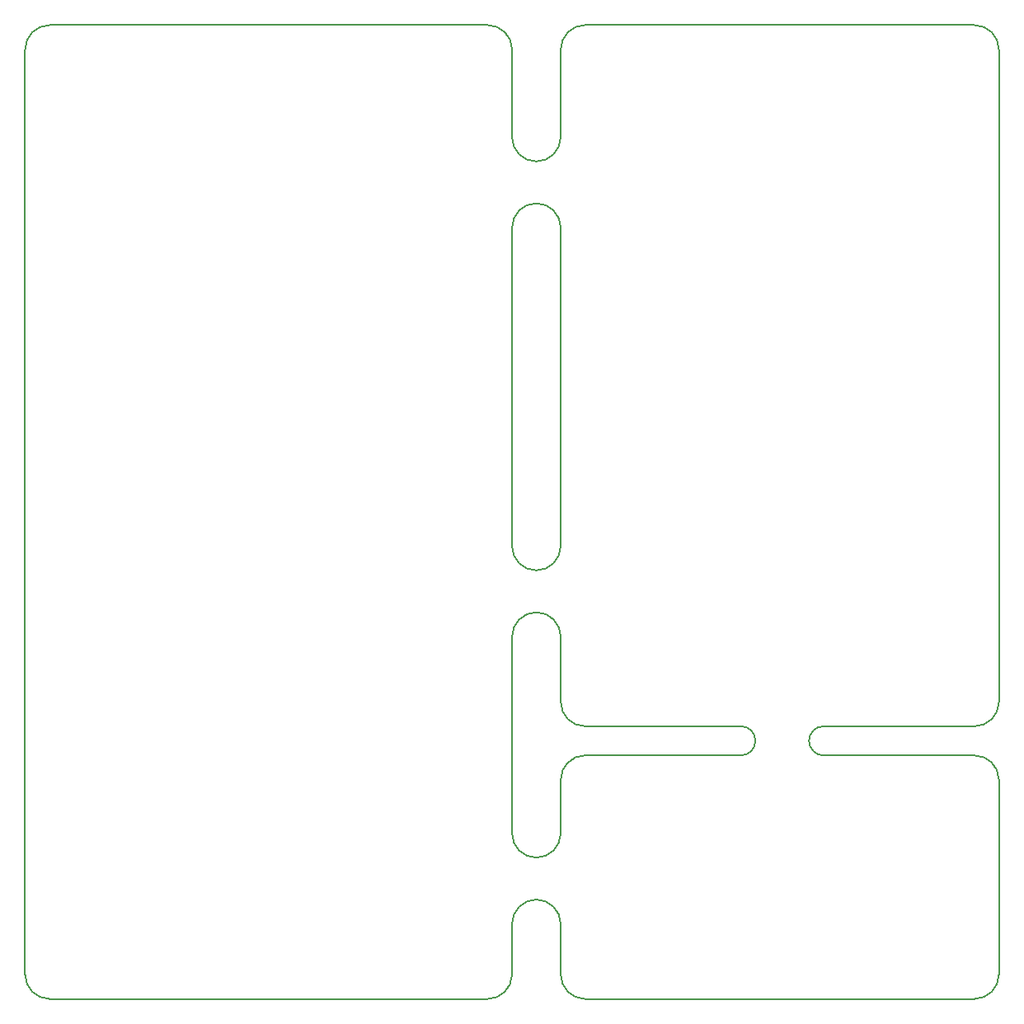
<source format=gm1>
G04 #@! TF.FileFunction,Profile,NP*
%FSLAX46Y46*%
G04 Gerber Fmt 4.6, Leading zero omitted, Abs format (unit mm)*
G04 Created by KiCad (PCBNEW 4.0.2+e4-6225~38~ubuntu14.04.1-stable) date Fri 24 Jun 2016 12:28:15 AM CEST*
%MOMM*%
G01*
G04 APERTURE LIST*
%ADD10C,0.100000*%
%ADD11C,0.150000*%
G04 APERTURE END LIST*
D10*
D11*
X167000000Y-126500000D02*
X167000000Y-146500000D01*
X167000000Y-118500000D02*
X167000000Y-51500000D01*
X122000000Y-112500000D02*
X122000000Y-118500000D01*
X122000000Y-126500000D02*
X122000000Y-132000000D01*
X117000000Y-69800000D02*
X117000000Y-102500000D01*
X122000000Y-102500000D02*
X122000000Y-69800000D01*
X117000000Y-112500000D02*
X117000000Y-111800000D01*
X122000000Y-112500000D02*
X122000000Y-111800000D01*
X117000000Y-146500000D02*
X117000000Y-141300000D01*
X122000000Y-141300000D02*
X122000000Y-146500000D01*
X117000000Y-129500000D02*
X117000000Y-132000000D01*
X117000000Y-112500000D02*
X117000000Y-129500000D01*
X117000000Y-102500000D02*
G75*
G03X119500000Y-105000000I2500000J0D01*
G01*
X119500000Y-105000000D02*
G75*
G03X122000000Y-102500000I0J2500000D01*
G01*
X119500000Y-109300000D02*
G75*
G03X117000000Y-111800000I0J-2500000D01*
G01*
X122000000Y-111800000D02*
G75*
G03X119500000Y-109300000I-2500000J0D01*
G01*
X149000000Y-124000000D02*
X164500000Y-124000000D01*
X167000000Y-126500000D02*
G75*
G03X164500000Y-124000000I-2500000J0D01*
G01*
X149000000Y-121000000D02*
X164500000Y-121000000D01*
X124500000Y-124000000D02*
X140500000Y-124000000D01*
X124500000Y-121000000D02*
X140500000Y-121000000D01*
X164500000Y-121000000D02*
G75*
G03X167000000Y-118500000I0J2500000D01*
G01*
X147500000Y-122500000D02*
G75*
G03X149000000Y-124000000I1500000J0D01*
G01*
X149000000Y-121000000D02*
G75*
G03X147500000Y-122500000I0J-1500000D01*
G01*
X140500000Y-124000000D02*
G75*
G03X142000000Y-122500000I0J1500000D01*
G01*
X142000000Y-122500000D02*
G75*
G03X140500000Y-121000000I-1500000J0D01*
G01*
X122000000Y-118500000D02*
G75*
G03X124500000Y-121000000I2500000J0D01*
G01*
X124500000Y-124000000D02*
G75*
G03X122000000Y-126500000I0J-2500000D01*
G01*
X119500000Y-67300000D02*
G75*
G03X117000000Y-69800000I0J-2500000D01*
G01*
X122000000Y-69800000D02*
G75*
G03X119500000Y-67300000I-2500000J0D01*
G01*
X117000000Y-132000000D02*
G75*
G03X119500000Y-134500000I2500000J0D01*
G01*
X119500000Y-134500000D02*
G75*
G03X122000000Y-132000000I0J2500000D01*
G01*
X122000000Y-60500000D02*
X122000000Y-51500000D01*
X119500000Y-63000000D02*
G75*
G03X122000000Y-60500000I0J2500000D01*
G01*
X117000000Y-60500000D02*
G75*
G03X119500000Y-63000000I2500000J0D01*
G01*
X124500000Y-49000000D02*
G75*
G03X122000000Y-51500000I0J-2500000D01*
G01*
X119500000Y-138800000D02*
G75*
G03X117000000Y-141300000I0J-2500000D01*
G01*
X122000000Y-141300000D02*
G75*
G03X119500000Y-138800000I-2500000J0D01*
G01*
X117000000Y-51500000D02*
X117000000Y-60500000D01*
X124500000Y-49000000D02*
X164500000Y-49000000D01*
X124500000Y-149000000D02*
X164500000Y-149000000D01*
X122000000Y-146500000D02*
G75*
G03X124500000Y-149000000I2500000J0D01*
G01*
X117000000Y-51500000D02*
G75*
G03X114500000Y-49000000I-2500000J0D01*
G01*
X114500000Y-149000000D02*
G75*
G03X117000000Y-146500000I0J2500000D01*
G01*
X67000000Y-146500000D02*
G75*
G03X69500000Y-149000000I2500000J0D01*
G01*
X164500000Y-149000000D02*
G75*
G03X167000000Y-146500000I0J2500000D01*
G01*
X69500000Y-49000000D02*
G75*
G03X67000000Y-51500000I0J-2500000D01*
G01*
X167000000Y-51500000D02*
G75*
G03X164500000Y-49000000I-2500000J0D01*
G01*
X67000000Y-146500000D02*
X67000000Y-51500000D01*
X69500000Y-149000000D02*
X114500000Y-149000000D01*
X69500000Y-49000000D02*
X114500000Y-49000000D01*
M02*

</source>
